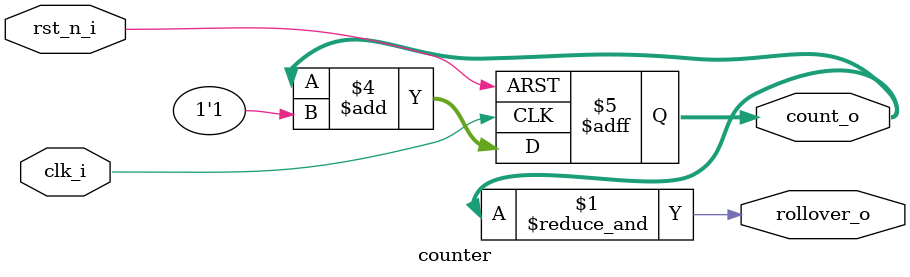
<source format=sv>

module counter(
  input  logic       clk_i     ,
  input  logic       rst_n_i   ,
  output logic [3:0] count_o   ,
  output logic       rollover_o
);

  assign rollover_o = &count_o;

  // Active low asynchronous reset
  always_ff@(posedge clk_i, negedge rst_n_i)begin
    if(!rst_n_i)begin
      count_o <= 4'h0;
    end else begin
      count_o <= count_o + 1'b1;
    end
  end

endmodule

</source>
